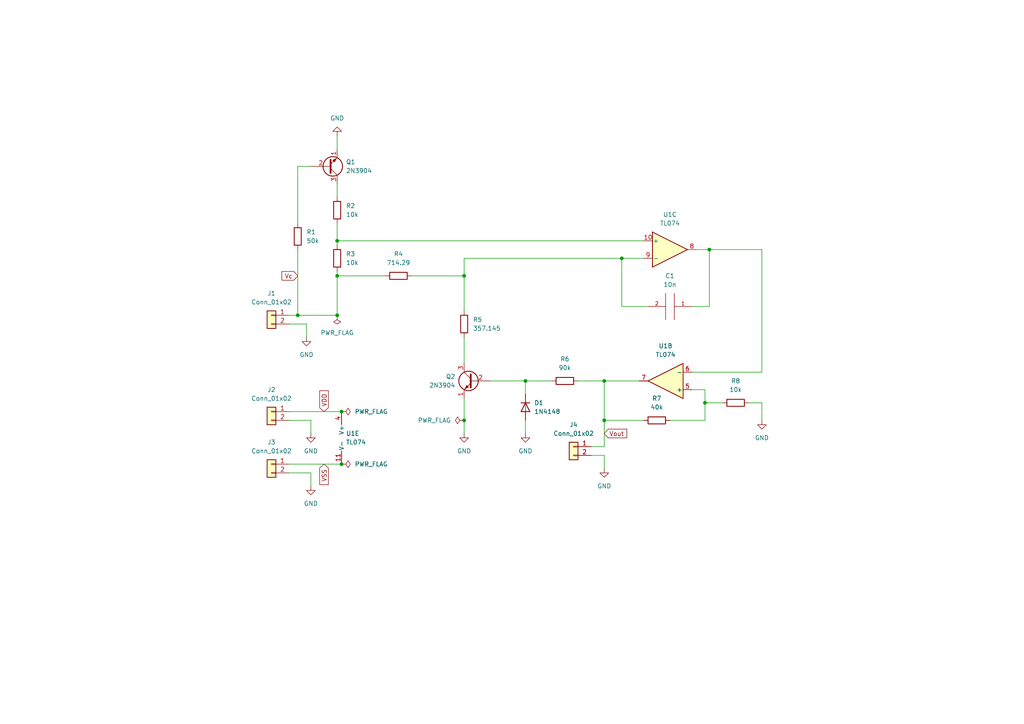
<source format=kicad_sch>
(kicad_sch (version 20211123) (generator eeschema)
  (paper "A4")
  (lib_symbols
    (symbol "Amplifier_Operational:TL074" (pin_names (offset 0.127))
      (property "Reference" "U" (at 0 5.08 0))
      (property "Value" "TL074" (at 0 -5.08 0))
      (symbol "TL074_1_1"
        (polyline (pts (xy -5.08 5.08) (xy 5.08 0) (xy -5.08 -5.08) (xy -5.08 5.08)) (stroke (width 0.254)) (fill (type background)))
        (pin output line (at 7.62 0 180) (length 2.54) (name "~") (number "1"))
        (pin input line (at -7.62 -2.54 0) (length 2.54) (name "-") (number "2"))
        (pin input line (at -7.62 2.54 0) (length 2.54) (name "+") (number "3"))
      )
      (symbol "TL074_2_1"
        (polyline (pts (xy -5.08 5.08) (xy 5.08 0) (xy -5.08 -5.08) (xy -5.08 5.08)) (stroke (width 0.254)) (fill (type background)))
        (pin input line (at -7.62 2.54 0) (length 2.54) (name "+") (number "5"))
        (pin input line (at -7.62 -2.54 0) (length 2.54) (name "-") (number "6"))
        (pin output line (at 7.62 0 180) (length 2.54) (name "~") (number "7"))
      )
      (symbol "TL074_3_1"
        (polyline (pts (xy -5.08 5.08) (xy 5.08 0) (xy -5.08 -5.08) (xy -5.08 5.08)) (stroke (width 0.254)) (fill (type background)))
        (pin input line (at -7.62 2.54 0) (length 2.54) (name "+") (number "10"))
        (pin output line (at 7.62 0 180) (length 2.54) (name "~") (number "8"))
        (pin input line (at -7.62 -2.54 0) (length 2.54) (name "-") (number "9"))
      )
      (symbol "TL074_4_1"
        (polyline (pts (xy -5.08 5.08) (xy 5.08 0) (xy -5.08 -5.08) (xy -5.08 5.08)) (stroke (width 0.254)) (fill (type background)))
        (pin input line (at -7.62 2.54 0) (length 2.54) (name "+") (number "12"))
        (pin input line (at -7.62 -2.54 0) (length 2.54) (name "-") (number "13"))
        (pin output line (at 7.62 0 180) (length 2.54) (name "~") (number "14"))
      )
      (symbol "TL074_5_1"
        (pin power_in line (at -2.54 -7.62 90) (length 3.81) (name "V-") (number "11"))
        (pin power_in line (at -2.54 7.62 270) (length 3.81) (name "V+") (number "4"))
      )
    )
    (symbol "Connector_Generic:Conn_01x02" (pin_names (offset 1.016) hide)
      (property "Reference" "J" (at 0 2.54 0))
      (property "Value" "Conn_01x02" (at 0 -5.08 0))
      (symbol "Conn_01x02_1_1"
        (rectangle (start -1.27 -2.413) (end 0 -2.667) (stroke (width 0.1524)))
        (rectangle (start -1.27 0.127) (end 0 -0.127) (stroke (width 0.1524)))
        (rectangle (start -1.27 1.27) (end 1.27 -3.81) (stroke (width 0.254)) (fill (type background)))
        (pin passive line (at -5.08 0 0) (length 3.81) (name "Pin_1") (number "1"))
        (pin passive line (at -5.08 -2.54 0) (length 3.81) (name "Pin_2") (number "2"))
      )
    )
    (symbol "Device:R" (pin_numbers hide) (pin_names (offset 0))
      (property "Reference" "R" (at 2.032 0 90))
      (property "Value" "R" (at 0 0 90))
      (symbol "R_0_1"
        (rectangle (start -1.016 -2.54) (end 1.016 2.54) (stroke (width 0.254)))
      )
      (symbol "R_1_1"
        (pin passive line (at 0 3.81 270) (length 1.27) (name "~") (number "1"))
        (pin passive line (at 0 -3.81 90) (length 1.27) (name "~") (number "2"))
      )
    )
    (symbol "Diode:1N4148" (pin_numbers hide) (pin_names (offset 1.016) hide)
      (property "Reference" "D" (at 0 2.54 0))
      (property "Value" "1N4148" (at 0 -2.54 0))
      (symbol "1N4148_0_1"
        (polyline (pts (xy -1.27 1.27) (xy -1.27 -1.27)) (stroke (width 0.254)))
        (polyline (pts (xy 1.27 0) (xy -1.27 0)))
        (polyline (pts (xy 1.27 1.27) (xy 1.27 -1.27) (xy -1.27 0) (xy 1.27 1.27)) (stroke (width 0.254)))
      )
      (symbol "1N4148_1_1"
        (pin passive line (at -3.81 0 0) (length 2.54) (name "K") (number "1"))
        (pin passive line (at 3.81 0 180) (length 2.54) (name "A") (number "2"))
      )
    )
    (symbol "Transistor_BJT:2N3904" (pin_names (offset 0) hide)
      (property "Reference" "Q" (at 5.08 1.905 0))
      (property "Value" "2N3904" (at 5.08 0 0))
      (symbol "2N3904_0_1"
        (polyline (pts (xy 0.635 0.635) (xy 2.54 2.54)))
        (polyline (pts (xy 0.635 -0.635) (xy 2.54 -2.54) (xy 2.54 -2.54)))
        (polyline (pts (xy 0.635 1.905) (xy 0.635 -1.905) (xy 0.635 -1.905)) (stroke (width 0.508)))
        (polyline (pts (xy 1.27 -1.778) (xy 1.778 -1.27) (xy 2.286 -2.286) (xy 1.27 -1.778) (xy 1.27 -1.778)) (fill (type outline)))
        (circle (center 1.27 0) (radius 2.8194) (stroke (width 0.254)))
      )
      (symbol "2N3904_1_1"
        (pin passive line (at 2.54 -5.08 90) (length 2.54) (name "E") (number "1"))
        (pin passive line (at -5.08 0 0) (length 5.715) (name "B") (number "2"))
        (pin passive line (at 2.54 5.08 270) (length 2.54) (name "C") (number "3"))
      )
    )
    (symbol "power:GND" (power) (pin_names (offset 0))
      (property "Value" "GND" (at 0 -3.81 0))
      (symbol "GND_0_1"
        (polyline (pts (xy 0 0) (xy 0 -1.27) (xy 1.27 -1.27) (xy 0 -2.54) (xy -1.27 -1.27) (xy 0 -1.27)))
      )
      (symbol "GND_1_1"
        (pin power_in line (at 0 0 270) (length 0) hide (name "GND") (number "1"))
      )
    )
    (symbol "power:PWR_FLAG" (power) (pin_numbers hide) (pin_names (offset 0) hide)
      (property "Value" "PWR_FLAG" (at 0 3.81 0))
      (symbol "PWR_FLAG_0_0"
        (pin power_out line (at 0 0 90) (length 0) (name "pwr") (number "1"))
      )
      (symbol "PWR_FLAG_0_1"
        (polyline (pts (xy 0 0) (xy 0 1.27) (xy -1.016 1.905) (xy 0 2.54) (xy 1.016 1.905) (xy 0 1.27)))
      )
    )
    (symbol "pspice:C" (pin_names (offset 0.254))
      (property "Reference" "C" (at 2.54 3.81 90))
      (property "Value" "C" (at 2.54 -3.81 90))
      (symbol "C_0_1"
        (polyline (pts (xy -3.81 -1.27) (xy 3.81 -1.27)))
        (polyline (pts (xy -3.81 1.27) (xy 3.81 1.27)))
      )
      (symbol "C_1_1"
        (pin passive line (at 0 6.35 270) (length 5.08) (name "~") (number "1"))
        (pin passive line (at 0 -6.35 90) (length 5.08) (name "~") (number "2"))
      )
    )
  )
  (junction (at 204.47 116.84))
  (junction (at 134.62 121.92))
  (junction (at 175.26 121.92))
  (junction (at 180.34 74.93))
  (junction (at 134.62 80.01))
  (junction (at 97.79 69.85))
  (junction (at 152.4 110.49))
  (junction (at 86.36 91.44))
  (junction (at 99.06 119.38))
  (junction (at 97.79 91.44))
  (junction (at 205.74 72.39))
  (junction (at 175.26 110.49))
  (junction (at 97.79 80.01))
  (junction (at 99.06 134.62))
  (wire (pts (xy 205.74 72.39) (xy 220.98 72.39)))
  (wire (pts (xy 119.38 80.01) (xy 134.62 80.01)))
  (wire (pts (xy 90.17 121.92) (xy 90.17 125.73)))
  (wire (pts (xy 201.93 72.39) (xy 205.74 72.39)))
  (wire (pts (xy 134.62 80.01) (xy 134.62 90.17)))
  (wire (pts (xy 97.79 64.77) (xy 97.79 69.85)))
  (wire (pts (xy 86.36 64.77) (xy 86.36 48.26)))
  (wire (pts (xy 175.26 110.49) (xy 185.42 110.49)))
  (wire (pts (xy 97.79 91.44) (xy 86.36 91.44)))
  (wire (pts (xy 134.62 121.92) (xy 134.62 125.73)))
  (wire (pts (xy 200.66 113.03) (xy 204.47 113.03)))
  (wire (pts (xy 175.26 129.54) (xy 175.26 121.92)))
  (wire (pts (xy 220.98 107.95) (xy 200.66 107.95)))
  (wire (pts (xy 83.82 93.98) (xy 88.9 93.98)))
  (wire (pts (xy 97.79 69.85) (xy 186.69 69.85)))
  (wire (pts (xy 134.62 74.93) (xy 134.62 80.01)))
  (wire (pts (xy 134.62 74.93) (xy 180.34 74.93)))
  (wire (pts (xy 83.82 119.38) (xy 99.06 119.38)))
  (wire (pts (xy 171.45 132.08) (xy 175.26 132.08)))
  (wire (pts (xy 86.36 48.26) (xy 90.17 48.26)))
  (wire (pts (xy 200.66 88.9) (xy 205.74 88.9)))
  (wire (pts (xy 97.79 39.37) (xy 97.79 43.18)))
  (wire (pts (xy 86.36 72.39) (xy 86.36 91.44)))
  (wire (pts (xy 186.69 121.92) (xy 175.26 121.92)))
  (wire (pts (xy 97.79 53.34) (xy 97.79 57.15)))
  (wire (pts (xy 97.79 71.12) (xy 97.79 69.85)))
  (wire (pts (xy 187.96 88.9) (xy 180.34 88.9)))
  (wire (pts (xy 111.76 80.01) (xy 97.79 80.01)))
  (wire (pts (xy 180.34 88.9) (xy 180.34 74.93)))
  (wire (pts (xy 167.64 110.49) (xy 175.26 110.49)))
  (wire (pts (xy 134.62 97.79) (xy 134.62 105.41)))
  (wire (pts (xy 175.26 121.92) (xy 175.26 110.49)))
  (wire (pts (xy 83.82 137.16) (xy 90.17 137.16)))
  (wire (pts (xy 142.24 110.49) (xy 152.4 110.49)))
  (wire (pts (xy 134.62 115.57) (xy 134.62 121.92)))
  (wire (pts (xy 97.79 80.01) (xy 97.79 91.44)))
  (wire (pts (xy 90.17 137.16) (xy 90.17 140.97)))
  (wire (pts (xy 83.82 134.62) (xy 99.06 134.62)))
  (wire (pts (xy 209.55 116.84) (xy 204.47 116.84)))
  (wire (pts (xy 194.31 121.92) (xy 204.47 121.92)))
  (wire (pts (xy 204.47 113.03) (xy 204.47 116.84)))
  (wire (pts (xy 97.79 78.74) (xy 97.79 80.01)))
  (wire (pts (xy 86.36 91.44) (xy 83.82 91.44)))
  (wire (pts (xy 152.4 121.92) (xy 152.4 125.73)))
  (wire (pts (xy 217.17 116.84) (xy 220.98 116.84)))
  (wire (pts (xy 220.98 72.39) (xy 220.98 107.95)))
  (wire (pts (xy 152.4 110.49) (xy 160.02 110.49)))
  (wire (pts (xy 152.4 114.3) (xy 152.4 110.49)))
  (wire (pts (xy 220.98 116.84) (xy 220.98 121.92)))
  (wire (pts (xy 180.34 74.93) (xy 186.69 74.93)))
  (wire (pts (xy 88.9 93.98) (xy 88.9 97.79)))
  (wire (pts (xy 204.47 116.84) (xy 204.47 121.92)))
  (wire (pts (xy 83.82 121.92) (xy 90.17 121.92)))
  (wire (pts (xy 171.45 129.54) (xy 175.26 129.54)))
  (wire (pts (xy 175.26 132.08) (xy 175.26 135.89)))
  (wire (pts (xy 205.74 88.9) (xy 205.74 72.39)))
  (global_label "Vout" (shape input) (at 175.26 125.73 0) (property "Intersheet References" "${INTERSHEET_REFS}" (effects hide)))
  (global_label "Vc" (shape input) (at 86.36 80.01 180) (property "Intersheet References" "${INTERSHEET_REFS}" (effects hide)))
  (global_label "VDD" (shape input) (at 93.98 119.38 90) (property "Intersheet References" "${INTERSHEET_REFS}" (effects hide)))
  (global_label "VSS" (shape input) (at 93.98 134.62 270) (property "Intersheet References" "${INTERSHEET_REFS}" (effects hide)))
  (symbol (lib_id "Device:R") (at 86.36 68.58 0) (unit 1)
    (property "Reference" "R1" (at 88.9 67.3099 0) (effects (justify left)))
    (property "Value" "50k" (at 88.9 69.8499 0) (effects (justify left)))
    (property "Footprint" "Resistor_THT:R_Axial_DIN0204_L3.6mm_D1.6mm_P1.90mm_Vertical" (effects hide))
  )
  (symbol (lib_id "power:PWR_FLAG") (at 99.06 134.62 270) (mirror x) (unit 1)
    (property "Reference" "#FLG0102" (effects hide))
    (property "Value" "PWR_FLAG" (at 102.87 134.6199 90) (effects (justify left)))
  )
  (symbol (lib_id "Device:R") (at 134.62 93.98 0) (unit 1)
    (property "Reference" "R5" (at 137.16 92.7099 0) (effects (justify left)))
    (property "Value" "357.145" (at 137.16 95.2499 0) (effects (justify left)))
    (property "Footprint" "Resistor_THT:R_Axial_DIN0204_L3.6mm_D1.6mm_P1.90mm_Vertical" (effects hide))
  )
  (symbol (lib_id "power:PWR_FLAG") (at 134.62 121.92 90) (unit 1)
    (property "Reference" "#FLG0104" (effects hide))
    (property "Value" "PWR_FLAG" (at 130.81 121.9199 90) (effects (justify left)))
  )
  (symbol (lib_id "Amplifier_Operational:TL074") (at 193.04 110.49 180) (unit 2)
    (property "Reference" "U1" (at 193.04 100.33 0))
    (property "Value" "TL074" (at 193.04 102.87 0))
    (property "Footprint" "Package_DIP:DIP-14_W7.62mm_LongPads" (effects hide))
    (property "Datasheet" "http://www.ti.com/lit/ds/symlink/tl071.pdf" (effects hide))
  )
  (symbol (lib_id "power:PWR_FLAG") (at 97.79 91.44 180) (unit 1)
    (property "Reference" "#FLG0101" (effects hide))
    (property "Value" "PWR_FLAG" (at 97.79 96.52 0))
  )
  (symbol (lib_id "power:GND") (at 90.17 125.73 0) (unit 1)
    (property "Reference" "#PWR0105" (effects hide))
    (property "Value" "GND" (at 90.17 130.81 0))
  )
  (symbol (lib_id "power:GND") (at 220.98 121.92 0) (unit 1)
    (property "Reference" "#PWR0103" (effects hide))
    (property "Value" "GND" (at 220.98 127 0))
  )
  (symbol (lib_id "Connector_Generic:Conn_01x02") (at 166.37 129.54 0) (mirror y) (unit 1)
    (property "Reference" "J4" (at 166.37 123.19 0))
    (property "Value" "Conn_01x02" (at 166.37 125.73 0))
    (property "Footprint" "Connector:Banana_Jack_2Pin" (effects hide))
  )
  (symbol (lib_id "power:GND") (at 152.4 125.73 0) (unit 1)
    (property "Reference" "#PWR0107" (effects hide))
    (property "Value" "GND" (at 152.4 130.81 0))
  )
  (symbol (lib_id "Connector_Generic:Conn_01x02") (at 78.74 119.38 0) (mirror y) (unit 1)
    (property "Reference" "J2" (at 78.74 113.03 0))
    (property "Value" "Conn_01x02" (at 78.74 115.57 0))
    (property "Footprint" "Connector:Banana_Jack_2Pin" (effects hide))
  )
  (symbol (lib_id "power:GND") (at 90.17 140.97 0) (unit 1)
    (property "Reference" "#PWR0104" (effects hide))
    (property "Value" "GND" (at 90.17 146.05 0))
  )
  (symbol (lib_id "power:GND") (at 134.62 125.73 0) (unit 1)
    (property "Reference" "#PWR0108" (effects hide))
    (property "Value" "GND" (at 134.62 130.81 0))
  )
  (symbol (lib_id "Transistor_BJT:2N3904") (at 95.25 48.26 0) (mirror x) (unit 1)
    (property "Reference" "Q1" (at 100.33 46.9899 0) (effects (justify left)))
    (property "Value" "2N3904" (at 100.33 49.5299 0) (effects (justify left)))
    (property "Footprint" "Package_TO_SOT_THT:TO-92_Wide" (effects hide))
    (property "Datasheet" "https://www.onsemi.com/pub/Collateral/2N3903-D.PDF" (effects hide))
  )
  (symbol (lib_id "Connector_Generic:Conn_01x02") (at 78.74 134.62 0) (mirror y) (unit 1)
    (property "Reference" "J3" (at 78.74 128.27 0))
    (property "Value" "Conn_01x02" (at 78.74 130.81 0))
    (property "Footprint" "Connector:Banana_Jack_2Pin" (effects hide))
  )
  (symbol (lib_id "Device:R") (at 97.79 60.96 0) (unit 1)
    (property "Reference" "R2" (at 100.33 59.6899 0) (effects (justify left)))
    (property "Value" "10k" (at 100.33 62.2299 0) (effects (justify left)))
    (property "Footprint" "Resistor_THT:R_Axial_DIN0204_L3.6mm_D1.6mm_P1.90mm_Vertical" (effects hide))
  )
  (symbol (lib_id "Diode:1N4148") (at 152.4 118.11 270) (unit 1)
    (property "Reference" "D1" (at 154.94 116.8399 90) (effects (justify left)))
    (property "Value" "1N4148" (at 154.94 119.3799 90) (effects (justify left)))
    (property "Footprint" "Diode_THT:D_DO-35_SOD27_P7.62mm_Horizontal" (effects hide))
    (property "Datasheet" "https://assets.nexperia.com/documents/data-sheet/1N4148_1N4448.pdf" (effects hide))
  )
  (symbol (lib_id "Device:R") (at 213.36 116.84 270) (unit 1)
    (property "Reference" "R8" (at 213.36 110.49 90))
    (property "Value" "10k" (at 213.36 113.03 90))
    (property "Footprint" "Resistor_THT:R_Axial_DIN0204_L3.6mm_D1.6mm_P1.90mm_Vertical" (effects hide))
  )
  (symbol (lib_id "Transistor_BJT:2N3904") (at 137.16 110.49 0) (mirror y) (unit 1)
    (property "Reference" "Q2" (at 132.08 109.2199 0) (effects (justify left)))
    (property "Value" "2N3904" (at 132.08 111.7599 0) (effects (justify left)))
    (property "Footprint" "Package_TO_SOT_THT:TO-92_Wide" (effects hide))
    (property "Datasheet" "https://www.onsemi.com/pub/Collateral/2N3903-D.PDF" (effects hide))
  )
  (symbol (lib_id "Device:R") (at 97.79 74.93 0) (unit 1)
    (property "Reference" "R3" (at 100.33 73.6599 0) (effects (justify left)))
    (property "Value" "10k" (at 100.33 76.1999 0) (effects (justify left)))
    (property "Footprint" "Resistor_THT:R_Axial_DIN0204_L3.6mm_D1.6mm_P1.90mm_Vertical" (effects hide))
  )
  (symbol (lib_id "power:GND") (at 175.26 135.89 0) (unit 1)
    (property "Reference" "#PWR0106" (effects hide))
    (property "Value" "GND" (at 175.26 140.97 0))
  )
  (symbol (lib_id "Device:R") (at 115.57 80.01 270) (unit 1)
    (property "Reference" "R4" (at 115.57 73.66 90))
    (property "Value" "714.29" (at 115.57 76.2 90))
    (property "Footprint" "Resistor_THT:R_Axial_DIN0204_L3.6mm_D1.6mm_P1.90mm_Vertical" (effects hide))
  )
  (symbol (lib_id "pspice:C") (at 194.31 88.9 270) (unit 1)
    (property "Reference" "C1" (at 194.31 80.01 90))
    (property "Value" "10n" (at 194.31 82.55 90))
    (property "Footprint" "Capacitor_THT:C_Disc_D3.4mm_W2.1mm_P2.50mm" (effects hide))
  )
  (symbol (lib_id "Device:R") (at 190.5 121.92 90) (unit 1)
    (property "Reference" "R7" (at 190.5 115.57 90))
    (property "Value" "40k" (at 190.5 118.11 90))
    (property "Footprint" "Resistor_THT:R_Axial_DIN0204_L3.6mm_D1.6mm_P1.90mm_Vertical" (effects hide))
  )
  (symbol (lib_id "power:PWR_FLAG") (at 99.06 119.38 270) (unit 1)
    (property "Reference" "#FLG0103" (effects hide))
    (property "Value" "PWR_FLAG" (at 102.87 119.3799 90) (effects (justify left)))
  )
  (symbol (lib_id "Amplifier_Operational:TL074") (at 101.6 127 0) (unit 5)
    (property "Reference" "U1" (at 100.33 125.7299 0) (effects (justify left)))
    (property "Value" "TL074" (at 100.33 128.2699 0) (effects (justify left)))
    (property "Footprint" "Package_DIP:DIP-14_W7.62mm_LongPads" (effects hide))
    (property "Datasheet" "http://www.ti.com/lit/ds/symlink/tl071.pdf" (effects hide))
  )
  (symbol (lib_id "Amplifier_Operational:TL074") (at 194.31 72.39 0) (unit 3)
    (property "Reference" "U1" (at 194.31 62.23 0))
    (property "Value" "TL074" (at 194.31 64.77 0))
    (property "Footprint" "Package_DIP:DIP-14_W7.62mm_LongPads" (effects hide))
    (property "Datasheet" "http://www.ti.com/lit/ds/symlink/tl071.pdf" (effects hide))
  )
  (symbol (lib_id "Connector_Generic:Conn_01x02") (at 78.74 91.44 0) (mirror y) (unit 1)
    (property "Reference" "J1" (at 78.74 85.09 0))
    (property "Value" "Conn_01x02" (at 78.74 87.63 0))
    (property "Footprint" "Connector:Banana_Jack_2Pin" (effects hide))
  )
  (symbol (lib_id "power:GND") (at 97.79 39.37 0) (mirror x) (unit 1)
    (property "Reference" "#PWR0101" (effects hide))
    (property "Value" "GND" (at 97.79 34.29 0))
  )
  (symbol (lib_id "power:GND") (at 88.9 97.79 0) (unit 1)
    (property "Reference" "#PWR0102" (effects hide))
    (property "Value" "GND" (at 88.9 102.87 0))
  )
  (symbol (lib_id "Device:R") (at 163.83 110.49 270) (unit 1)
    (property "Reference" "R6" (at 163.83 104.14 90))
    (property "Value" "90k" (at 163.83 106.68 90))
    (property "Footprint" "Resistor_THT:R_Axial_DIN0204_L3.6mm_D1.6mm_P1.90mm_Vertical" (effects hide))
  )
)
</source>
